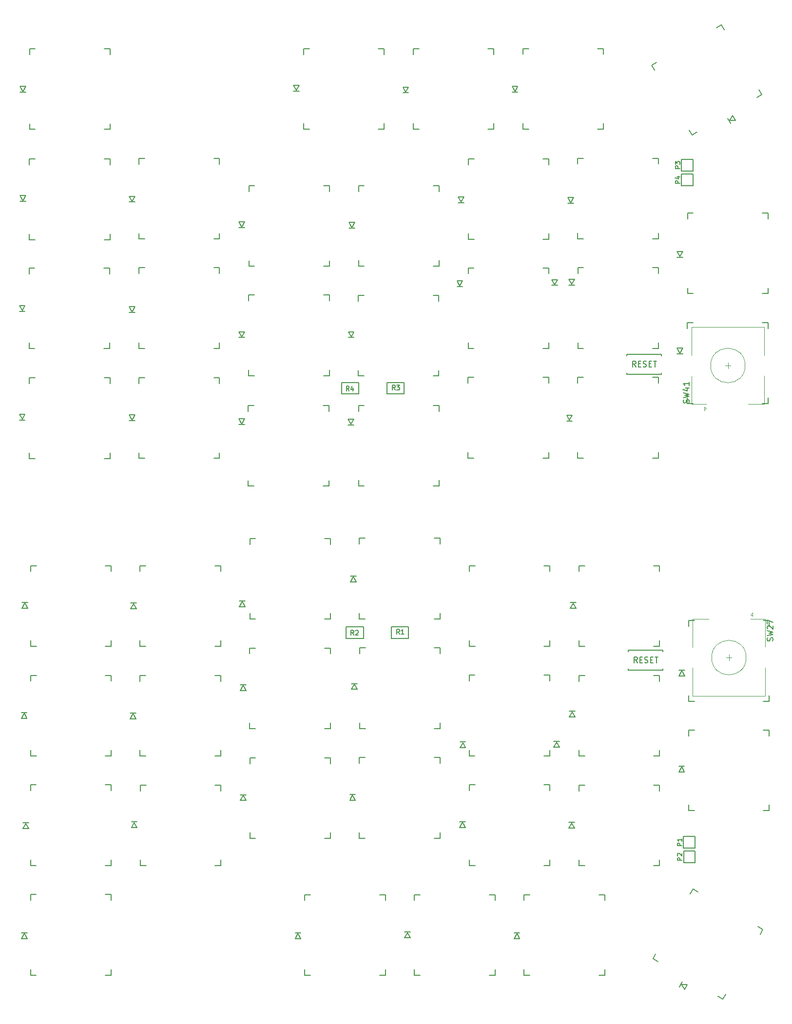
<source format=gto>
G04 #@! TF.GenerationSoftware,KiCad,Pcbnew,(5.1.0-0)*
G04 #@! TF.CreationDate,2020-05-09T20:17:28+09:00*
G04 #@! TF.ProjectId,potto50,706f7474-6f35-4302-9e6b-696361645f70,rev?*
G04 #@! TF.SameCoordinates,Original*
G04 #@! TF.FileFunction,Legend,Top*
G04 #@! TF.FilePolarity,Positive*
%FSLAX46Y46*%
G04 Gerber Fmt 4.6, Leading zero omitted, Abs format (unit mm)*
G04 Created by KiCad (PCBNEW (5.1.0-0)) date 2020-05-09 20:17:28*
%MOMM*%
%LPD*%
G04 APERTURE LIST*
%ADD10C,0.150000*%
%ADD11C,0.120000*%
G04 APERTURE END LIST*
D10*
X137062100Y-21281000D02*
X137062100Y-20281000D01*
X137062100Y-20281000D02*
X138062100Y-20281000D01*
X150062100Y-34281000D02*
X151062100Y-34281000D01*
X151062100Y-34281000D02*
X151062100Y-33281000D01*
X151062100Y-21281000D02*
X151062100Y-20281000D01*
X151062100Y-20281000D02*
X150062100Y-20281000D01*
X137062100Y-33281000D02*
X137062100Y-34281000D01*
X138062100Y-34281000D02*
X137062100Y-34281000D01*
X150259300Y-72000700D02*
X151259300Y-72000700D01*
X151259300Y-73000700D02*
X151259300Y-72000700D01*
X137259300Y-86000700D02*
X138259300Y-86000700D01*
X137259300Y-85000700D02*
X137259300Y-86000700D01*
X137259300Y-72000700D02*
X137259300Y-73000700D01*
X138259300Y-72000700D02*
X137259300Y-72000700D01*
X151259300Y-86000700D02*
X150259300Y-86000700D01*
X151259300Y-85000700D02*
X151259300Y-86000700D01*
X151259300Y-104031300D02*
X151259300Y-105031300D01*
X151259300Y-105031300D02*
X150259300Y-105031300D01*
X138259300Y-91031300D02*
X137259300Y-91031300D01*
X137259300Y-91031300D02*
X137259300Y-92031300D01*
X137259300Y-104031300D02*
X137259300Y-105031300D01*
X137259300Y-105031300D02*
X138259300Y-105031300D01*
X151259300Y-92031300D02*
X151259300Y-91031300D01*
X150259300Y-91031300D02*
X151259300Y-91031300D01*
X21945600Y-68967400D02*
X22445600Y-69867400D01*
X22445600Y-69867400D02*
X21445600Y-69867400D01*
X21445600Y-69867400D02*
X21945600Y-68967400D01*
X22445600Y-68867400D02*
X21445600Y-68867400D01*
X40855900Y-69081700D02*
X41355900Y-69981700D01*
X41355900Y-69981700D02*
X40355900Y-69981700D01*
X40355900Y-69981700D02*
X40855900Y-69081700D01*
X41355900Y-68981700D02*
X40355900Y-68981700D01*
X59702700Y-68700700D02*
X60202700Y-69600700D01*
X60202700Y-69600700D02*
X59202700Y-69600700D01*
X59202700Y-69600700D02*
X59702700Y-68700700D01*
X60202700Y-68600700D02*
X59202700Y-68600700D01*
X79519400Y-64257300D02*
X78519400Y-64257300D01*
X78519400Y-65257300D02*
X79019400Y-64357300D01*
X79519400Y-65257300D02*
X78519400Y-65257300D01*
X79019400Y-64357300D02*
X79519400Y-65257300D01*
X114850000Y-93025000D02*
X113850000Y-93025000D01*
X113850000Y-94025000D02*
X114350000Y-93125000D01*
X114850000Y-94025000D02*
X113850000Y-94025000D01*
X114350000Y-93125000D02*
X114850000Y-94025000D01*
X117182900Y-68992800D02*
X117682900Y-69892800D01*
X117682900Y-69892800D02*
X116682900Y-69892800D01*
X116682900Y-69892800D02*
X117182900Y-68992800D01*
X117682900Y-68892800D02*
X116682900Y-68892800D01*
X22344000Y-88006300D02*
X21344000Y-88006300D01*
X21344000Y-89006300D02*
X21844000Y-88106300D01*
X22344000Y-89006300D02*
X21344000Y-89006300D01*
X21844000Y-88106300D02*
X22344000Y-89006300D01*
X40767000Y-88169800D02*
X41267000Y-89069800D01*
X41267000Y-89069800D02*
X40267000Y-89069800D01*
X40267000Y-89069800D02*
X40767000Y-88169800D01*
X41267000Y-88069800D02*
X40267000Y-88069800D01*
X60380500Y-83180300D02*
X59380500Y-83180300D01*
X59380500Y-84180300D02*
X59880500Y-83280300D01*
X60380500Y-84180300D02*
X59380500Y-84180300D01*
X59880500Y-83280300D02*
X60380500Y-84180300D01*
X79184500Y-83064400D02*
X79684500Y-83964400D01*
X79684500Y-83964400D02*
X78684500Y-83964400D01*
X78684500Y-83964400D02*
X79184500Y-83064400D01*
X79684500Y-82964400D02*
X78684500Y-82964400D01*
X98544000Y-93111700D02*
X97544000Y-93111700D01*
X97544000Y-94111700D02*
X98044000Y-93211700D01*
X98544000Y-94111700D02*
X97544000Y-94111700D01*
X98044000Y-93211700D02*
X98544000Y-94111700D01*
X117030500Y-87877700D02*
X117530500Y-88777700D01*
X117530500Y-88777700D02*
X116530500Y-88777700D01*
X116530500Y-88777700D02*
X117030500Y-87877700D01*
X117530500Y-87777700D02*
X116530500Y-87777700D01*
X136567800Y-80602200D02*
X135567800Y-80602200D01*
X135567800Y-81602200D02*
X136067800Y-80702200D01*
X136567800Y-81602200D02*
X135567800Y-81602200D01*
X136067800Y-80702200D02*
X136567800Y-81602200D01*
X22123400Y-107257900D02*
X22623400Y-108157900D01*
X22623400Y-108157900D02*
X21623400Y-108157900D01*
X21623400Y-108157900D02*
X22123400Y-107257900D01*
X22623400Y-107157900D02*
X21623400Y-107157900D01*
X41470200Y-106992800D02*
X40470200Y-106992800D01*
X40470200Y-107992800D02*
X40970200Y-107092800D01*
X41470200Y-107992800D02*
X40470200Y-107992800D01*
X40970200Y-107092800D02*
X41470200Y-107992800D01*
X59865500Y-102360300D02*
X60365500Y-103260300D01*
X60365500Y-103260300D02*
X59365500Y-103260300D01*
X59365500Y-103260300D02*
X59865500Y-102360300D01*
X60365500Y-102260300D02*
X59365500Y-102260300D01*
X79402000Y-102222200D02*
X78402000Y-102222200D01*
X78402000Y-103222200D02*
X78902000Y-102322200D01*
X79402000Y-103222200D02*
X78402000Y-103222200D01*
X78902000Y-102322200D02*
X79402000Y-103222200D01*
X97993200Y-107080100D02*
X98493200Y-107980100D01*
X98493200Y-107980100D02*
X97493200Y-107980100D01*
X97493200Y-107980100D02*
X97993200Y-107080100D01*
X98493200Y-106980100D02*
X97493200Y-106980100D01*
X117454300Y-107069000D02*
X116454300Y-107069000D01*
X116454300Y-108069000D02*
X116954300Y-107169000D01*
X117454300Y-108069000D02*
X116454300Y-108069000D01*
X116954300Y-107169000D02*
X117454300Y-108069000D01*
X136055100Y-97428100D02*
X136555100Y-98328100D01*
X136555100Y-98328100D02*
X135555100Y-98328100D01*
X135555100Y-98328100D02*
X136055100Y-97428100D01*
X136555100Y-97328100D02*
X135555100Y-97328100D01*
X22402800Y-126236700D02*
X21402800Y-126236700D01*
X21402800Y-127236700D02*
X21902800Y-126336700D01*
X22402800Y-127236700D02*
X21402800Y-127236700D01*
X21902800Y-126336700D02*
X22402800Y-127236700D01*
X69414700Y-126374800D02*
X69914700Y-127274800D01*
X69914700Y-127274800D02*
X68914700Y-127274800D01*
X68914700Y-127274800D02*
X69414700Y-126374800D01*
X69914700Y-126274800D02*
X68914700Y-126274800D01*
X88917400Y-126131700D02*
X87917400Y-126131700D01*
X87917400Y-127131700D02*
X88417400Y-126231700D01*
X88917400Y-127131700D02*
X87917400Y-127131700D01*
X88417400Y-126231700D02*
X88917400Y-127131700D01*
X107439700Y-126362100D02*
X107939700Y-127262100D01*
X107939700Y-127262100D02*
X106939700Y-127262100D01*
X106939700Y-127262100D02*
X107439700Y-126362100D01*
X107939700Y-126262100D02*
X106939700Y-126262100D01*
X136202287Y-134749787D02*
X135702287Y-135615813D01*
X136568313Y-136115813D02*
X136038890Y-135232800D01*
X137068313Y-135249787D02*
X136568313Y-136115813D01*
X136038890Y-135232800D02*
X137068313Y-135249787D01*
X138388600Y-109515400D02*
X136388600Y-109515400D01*
X136388600Y-109515400D02*
X136388600Y-111515400D01*
X136388600Y-111515400D02*
X138388600Y-111515400D01*
X138388600Y-111515400D02*
X138388600Y-109515400D01*
X138401300Y-114055400D02*
X138401300Y-112055400D01*
X136401300Y-114055400D02*
X138401300Y-114055400D01*
X136401300Y-112055400D02*
X136401300Y-114055400D01*
X138401300Y-112055400D02*
X136401300Y-112055400D01*
X85633560Y-73078340D02*
X85633560Y-75079860D01*
X85633560Y-75079860D02*
X88635840Y-75079860D01*
X88635840Y-75079860D02*
X88635840Y-73078340D01*
X88635840Y-73078340D02*
X85633560Y-73078340D01*
X77784960Y-75079860D02*
X80787240Y-75079860D01*
X77784960Y-73078340D02*
X77784960Y-75079860D01*
X80787240Y-73078340D02*
X77784960Y-73078340D01*
X80787240Y-75079860D02*
X80787240Y-73078340D01*
X35972000Y-62469000D02*
X36972000Y-62469000D01*
X36972000Y-63469000D02*
X36972000Y-62469000D01*
X22972000Y-76469000D02*
X23972000Y-76469000D01*
X22972000Y-75469000D02*
X22972000Y-76469000D01*
X22972000Y-62469000D02*
X22972000Y-63469000D01*
X23972000Y-62469000D02*
X22972000Y-62469000D01*
X36972000Y-76469000D02*
X35972000Y-76469000D01*
X36972000Y-75469000D02*
X36972000Y-76469000D01*
X55983900Y-75476500D02*
X55983900Y-76476500D01*
X55983900Y-76476500D02*
X54983900Y-76476500D01*
X42983900Y-62476500D02*
X41983900Y-62476500D01*
X41983900Y-62476500D02*
X41983900Y-63476500D01*
X41983900Y-75476500D02*
X41983900Y-76476500D01*
X41983900Y-76476500D02*
X42983900Y-76476500D01*
X55983900Y-63476500D02*
X55983900Y-62476500D01*
X54983900Y-62476500D02*
X55983900Y-62476500D01*
X74050000Y-57752100D02*
X75050000Y-57752100D01*
X75050000Y-58752100D02*
X75050000Y-57752100D01*
X61050000Y-71752100D02*
X62050000Y-71752100D01*
X61050000Y-70752100D02*
X61050000Y-71752100D01*
X61050000Y-57752100D02*
X61050000Y-58752100D01*
X62050000Y-57752100D02*
X61050000Y-57752100D01*
X75050000Y-71752100D02*
X74050000Y-71752100D01*
X75050000Y-70752100D02*
X75050000Y-71752100D01*
X94073800Y-70716000D02*
X94073800Y-71716000D01*
X94073800Y-71716000D02*
X93073800Y-71716000D01*
X81073800Y-57716000D02*
X80073800Y-57716000D01*
X80073800Y-57716000D02*
X80073800Y-58716000D01*
X80073800Y-70716000D02*
X80073800Y-71716000D01*
X80073800Y-71716000D02*
X81073800Y-71716000D01*
X94073800Y-58716000D02*
X94073800Y-57716000D01*
X93073800Y-57716000D02*
X94073800Y-57716000D01*
X112162700Y-62463800D02*
X113162700Y-62463800D01*
X113162700Y-63463800D02*
X113162700Y-62463800D01*
X99162700Y-76463800D02*
X100162700Y-76463800D01*
X99162700Y-75463800D02*
X99162700Y-76463800D01*
X99162700Y-62463800D02*
X99162700Y-63463800D01*
X100162700Y-62463800D02*
X99162700Y-62463800D01*
X113162700Y-76463800D02*
X112162700Y-76463800D01*
X113162700Y-75463800D02*
X113162700Y-76463800D01*
X132213100Y-75463600D02*
X132213100Y-76463600D01*
X132213100Y-76463600D02*
X131213100Y-76463600D01*
X119213100Y-62463600D02*
X118213100Y-62463600D01*
X118213100Y-62463600D02*
X118213100Y-63463600D01*
X118213100Y-75463600D02*
X118213100Y-76463600D01*
X118213100Y-76463600D02*
X119213100Y-76463600D01*
X132213100Y-63463600D02*
X132213100Y-62463600D01*
X131213100Y-62463600D02*
X132213100Y-62463600D01*
X35972000Y-81519000D02*
X36972000Y-81519000D01*
X36972000Y-82519000D02*
X36972000Y-81519000D01*
X22972000Y-95519000D02*
X23972000Y-95519000D01*
X22972000Y-94519000D02*
X22972000Y-95519000D01*
X22972000Y-81519000D02*
X22972000Y-82519000D01*
X23972000Y-81519000D02*
X22972000Y-81519000D01*
X36972000Y-95519000D02*
X35972000Y-95519000D01*
X36972000Y-94519000D02*
X36972000Y-95519000D01*
X55986100Y-94542000D02*
X55986100Y-95542000D01*
X55986100Y-95542000D02*
X54986100Y-95542000D01*
X42986100Y-81542000D02*
X41986100Y-81542000D01*
X41986100Y-81542000D02*
X41986100Y-82542000D01*
X41986100Y-94542000D02*
X41986100Y-95542000D01*
X41986100Y-95542000D02*
X42986100Y-95542000D01*
X55986100Y-82542000D02*
X55986100Y-81542000D01*
X54986100Y-81542000D02*
X55986100Y-81542000D01*
X74038800Y-76777500D02*
X75038800Y-76777500D01*
X75038800Y-77777500D02*
X75038800Y-76777500D01*
X61038800Y-90777500D02*
X62038800Y-90777500D01*
X61038800Y-89777500D02*
X61038800Y-90777500D01*
X61038800Y-76777500D02*
X61038800Y-77777500D01*
X62038800Y-76777500D02*
X61038800Y-76777500D01*
X75038800Y-90777500D02*
X74038800Y-90777500D01*
X75038800Y-89777500D02*
X75038800Y-90777500D01*
X94124600Y-89764800D02*
X94124600Y-90764800D01*
X94124600Y-90764800D02*
X93124600Y-90764800D01*
X81124600Y-76764800D02*
X80124600Y-76764800D01*
X80124600Y-76764800D02*
X80124600Y-77764800D01*
X80124600Y-89764800D02*
X80124600Y-90764800D01*
X80124600Y-90764800D02*
X81124600Y-90764800D01*
X94124600Y-77764800D02*
X94124600Y-76764800D01*
X93124600Y-76764800D02*
X94124600Y-76764800D01*
X112150000Y-81501900D02*
X113150000Y-81501900D01*
X113150000Y-82501900D02*
X113150000Y-81501900D01*
X99150000Y-95501900D02*
X100150000Y-95501900D01*
X99150000Y-94501900D02*
X99150000Y-95501900D01*
X99150000Y-81501900D02*
X99150000Y-82501900D01*
X100150000Y-81501900D02*
X99150000Y-81501900D01*
X113150000Y-95501900D02*
X112150000Y-95501900D01*
X113150000Y-94501900D02*
X113150000Y-95501900D01*
X132213100Y-94539800D02*
X132213100Y-95539800D01*
X132213100Y-95539800D02*
X131213100Y-95539800D01*
X119213100Y-81539800D02*
X118213100Y-81539800D01*
X118213100Y-81539800D02*
X118213100Y-82539800D01*
X118213100Y-94539800D02*
X118213100Y-95539800D01*
X118213100Y-95539800D02*
X119213100Y-95539800D01*
X132213100Y-82539800D02*
X132213100Y-81539800D01*
X131213100Y-81539800D02*
X132213100Y-81539800D01*
X126806700Y-80629700D02*
X132806700Y-80629700D01*
X132806700Y-80629700D02*
X132806700Y-80379700D01*
X126806700Y-80629700D02*
X126806700Y-80379700D01*
X126806700Y-77129700D02*
X126806700Y-77379700D01*
X126806700Y-77129700D02*
X132806700Y-77129700D01*
X132806700Y-77129700D02*
X132806700Y-77379700D01*
X35946600Y-100556300D02*
X36946600Y-100556300D01*
X36946600Y-101556300D02*
X36946600Y-100556300D01*
X22946600Y-114556300D02*
X23946600Y-114556300D01*
X22946600Y-113556300D02*
X22946600Y-114556300D01*
X22946600Y-100556300D02*
X22946600Y-101556300D01*
X23946600Y-100556300D02*
X22946600Y-100556300D01*
X36946600Y-114556300D02*
X35946600Y-114556300D01*
X36946600Y-113556300D02*
X36946600Y-114556300D01*
X56009300Y-113581700D02*
X56009300Y-114581700D01*
X56009300Y-114581700D02*
X55009300Y-114581700D01*
X43009300Y-100581700D02*
X42009300Y-100581700D01*
X42009300Y-100581700D02*
X42009300Y-101581700D01*
X42009300Y-113581700D02*
X42009300Y-114581700D01*
X42009300Y-114581700D02*
X43009300Y-114581700D01*
X56009300Y-101581700D02*
X56009300Y-100581700D01*
X55009300Y-100581700D02*
X56009300Y-100581700D01*
X74050000Y-95851700D02*
X75050000Y-95851700D01*
X75050000Y-96851700D02*
X75050000Y-95851700D01*
X61050000Y-109851700D02*
X62050000Y-109851700D01*
X61050000Y-108851700D02*
X61050000Y-109851700D01*
X61050000Y-95851700D02*
X61050000Y-96851700D01*
X62050000Y-95851700D02*
X61050000Y-95851700D01*
X75050000Y-109851700D02*
X74050000Y-109851700D01*
X75050000Y-108851700D02*
X75050000Y-109851700D01*
X94086500Y-108813600D02*
X94086500Y-109813600D01*
X94086500Y-109813600D02*
X93086500Y-109813600D01*
X81086500Y-95813600D02*
X80086500Y-95813600D01*
X80086500Y-95813600D02*
X80086500Y-96813600D01*
X80086500Y-108813600D02*
X80086500Y-109813600D01*
X80086500Y-109813600D02*
X81086500Y-109813600D01*
X94086500Y-96813600D02*
X94086500Y-95813600D01*
X93086500Y-95813600D02*
X94086500Y-95813600D01*
X112162700Y-100550700D02*
X113162700Y-100550700D01*
X113162700Y-101550700D02*
X113162700Y-100550700D01*
X99162700Y-114550700D02*
X100162700Y-114550700D01*
X99162700Y-113550700D02*
X99162700Y-114550700D01*
X99162700Y-100550700D02*
X99162700Y-101550700D01*
X100162700Y-100550700D02*
X99162700Y-100550700D01*
X113162700Y-114550700D02*
X112162700Y-114550700D01*
X113162700Y-113550700D02*
X113162700Y-114550700D01*
X132223800Y-113588600D02*
X132223800Y-114588600D01*
X132223800Y-114588600D02*
X131223800Y-114588600D01*
X119223800Y-100588600D02*
X118223800Y-100588600D01*
X118223800Y-100588600D02*
X118223800Y-101588600D01*
X118223800Y-113588600D02*
X118223800Y-114588600D01*
X118223800Y-114588600D02*
X119223800Y-114588600D01*
X132223800Y-101588600D02*
X132223800Y-100588600D01*
X131223800Y-100588600D02*
X132223800Y-100588600D01*
X36949600Y-132601500D02*
X36949600Y-133601500D01*
X36949600Y-133601500D02*
X35949600Y-133601500D01*
X23949600Y-119601500D02*
X22949600Y-119601500D01*
X22949600Y-119601500D02*
X22949600Y-120601500D01*
X22949600Y-132601500D02*
X22949600Y-133601500D01*
X22949600Y-133601500D02*
X23949600Y-133601500D01*
X36949600Y-120601500D02*
X36949600Y-119601500D01*
X35949600Y-119601500D02*
X36949600Y-119601500D01*
X84586500Y-132626900D02*
X84586500Y-133626900D01*
X84586500Y-133626900D02*
X83586500Y-133626900D01*
X71586500Y-119626900D02*
X70586500Y-119626900D01*
X70586500Y-119626900D02*
X70586500Y-120626900D01*
X70586500Y-132626900D02*
X70586500Y-133626900D01*
X70586500Y-133626900D02*
X71586500Y-133626900D01*
X84586500Y-120626900D02*
X84586500Y-119626900D01*
X83586500Y-119626900D02*
X84586500Y-119626900D01*
X102651900Y-119626900D02*
X103651900Y-119626900D01*
X103651900Y-120626900D02*
X103651900Y-119626900D01*
X89651900Y-133626900D02*
X90651900Y-133626900D01*
X89651900Y-132626900D02*
X89651900Y-133626900D01*
X89651900Y-119626900D02*
X89651900Y-120626900D01*
X90651900Y-119626900D02*
X89651900Y-119626900D01*
X103651900Y-133626900D02*
X102651900Y-133626900D01*
X103651900Y-132626900D02*
X103651900Y-133626900D01*
X122676500Y-132626900D02*
X122676500Y-133626900D01*
X122676500Y-133626900D02*
X121676500Y-133626900D01*
X109676500Y-119626900D02*
X108676500Y-119626900D01*
X108676500Y-119626900D02*
X108676500Y-120626900D01*
X108676500Y-132626900D02*
X108676500Y-133626900D01*
X108676500Y-133626900D02*
X109676500Y-133626900D01*
X122676500Y-120626900D02*
X122676500Y-119626900D01*
X121676500Y-119626900D02*
X122676500Y-119626900D01*
X137564922Y-119523048D02*
X138064922Y-118657022D01*
X138930948Y-119157022D02*
X138064922Y-118657022D01*
X143189278Y-137781378D02*
X143689278Y-136915352D01*
X142323252Y-137281378D02*
X143189278Y-137781378D01*
X131064922Y-130781378D02*
X131930948Y-131281378D01*
X131564922Y-129915352D02*
X131064922Y-130781378D01*
X150189278Y-125657022D02*
X149689278Y-126523048D01*
X149323252Y-125157022D02*
X150189278Y-125657022D01*
D11*
X144273900Y-77942200D02*
X144273900Y-78942200D01*
X144773900Y-78442200D02*
X143773900Y-78442200D01*
X148373900Y-71242200D02*
X148073900Y-70942200D01*
X148373900Y-70642200D02*
X148373900Y-71242200D01*
X148073900Y-70942200D02*
X148373900Y-70642200D01*
X150573900Y-71742200D02*
X148073900Y-71742200D01*
X150573900Y-76542200D02*
X150573900Y-71742200D01*
X137973900Y-71742200D02*
X140773900Y-71742200D01*
X137973900Y-76642200D02*
X137973900Y-71742200D01*
X137973900Y-85142200D02*
X137973900Y-80242200D01*
X150573900Y-85142200D02*
X137973900Y-85142200D01*
X150573900Y-80242200D02*
X150573900Y-85142200D01*
X147273900Y-78442200D02*
G75*
G03X147273900Y-78442200I-3000000J0D01*
G01*
D10*
X21500000Y-37050000D02*
X21000000Y-36150000D01*
X21000000Y-36150000D02*
X22000000Y-36150000D01*
X22000000Y-36150000D02*
X21500000Y-37050000D01*
X21000000Y-37150000D02*
X22000000Y-37150000D01*
X40075000Y-37250000D02*
X41075000Y-37250000D01*
X41075000Y-36250000D02*
X40575000Y-37150000D01*
X40075000Y-36250000D02*
X41075000Y-36250000D01*
X40575000Y-37150000D02*
X40075000Y-36250000D01*
X59650000Y-37875000D02*
X59150000Y-36975000D01*
X59150000Y-36975000D02*
X60150000Y-36975000D01*
X60150000Y-36975000D02*
X59650000Y-37875000D01*
X59150000Y-37975000D02*
X60150000Y-37975000D01*
X78100000Y-38000000D02*
X79100000Y-38000000D01*
X79100000Y-37000000D02*
X78600000Y-37900000D01*
X78100000Y-37000000D02*
X79100000Y-37000000D01*
X78600000Y-37900000D02*
X78100000Y-37000000D01*
X114025000Y-13675000D02*
X113525000Y-12775000D01*
X113525000Y-12775000D02*
X114525000Y-12775000D01*
X114525000Y-12775000D02*
X114025000Y-13675000D01*
X113525000Y-13775000D02*
X114525000Y-13775000D01*
X116075000Y-37325000D02*
X117075000Y-37325000D01*
X117075000Y-36325000D02*
X116575000Y-37225000D01*
X116075000Y-36325000D02*
X117075000Y-36325000D01*
X116575000Y-37225000D02*
X116075000Y-36325000D01*
X21500000Y-18175000D02*
X21000000Y-17275000D01*
X21000000Y-17275000D02*
X22000000Y-17275000D01*
X22000000Y-17275000D02*
X21500000Y-18175000D01*
X21000000Y-18275000D02*
X22000000Y-18275000D01*
X40075000Y-18500000D02*
X41075000Y-18500000D01*
X41075000Y-17500000D02*
X40575000Y-18400000D01*
X40075000Y-17500000D02*
X41075000Y-17500000D01*
X40575000Y-18400000D02*
X40075000Y-17500000D01*
X59675000Y-22725000D02*
X59175000Y-21825000D01*
X59175000Y-21825000D02*
X60175000Y-21825000D01*
X60175000Y-21825000D02*
X59675000Y-22725000D01*
X59175000Y-22825000D02*
X60175000Y-22825000D01*
X78150000Y-22825000D02*
X79150000Y-22825000D01*
X79150000Y-21825000D02*
X78650000Y-22725000D01*
X78150000Y-21825000D02*
X79150000Y-21825000D01*
X78650000Y-22725000D02*
X78150000Y-21825000D01*
X97525000Y-13900000D02*
X97025000Y-13000000D01*
X97025000Y-13000000D02*
X98025000Y-13000000D01*
X98025000Y-13000000D02*
X97525000Y-13900000D01*
X97025000Y-14000000D02*
X98025000Y-14000000D01*
X116475000Y-13700000D02*
X117475000Y-13700000D01*
X117475000Y-12700000D02*
X116975000Y-13600000D01*
X116475000Y-12700000D02*
X117475000Y-12700000D01*
X116975000Y-13600000D02*
X116475000Y-12700000D01*
X135750000Y-25600000D02*
X135250000Y-24700000D01*
X135250000Y-24700000D02*
X136250000Y-24700000D01*
X136250000Y-24700000D02*
X135750000Y-25600000D01*
X135250000Y-25700000D02*
X136250000Y-25700000D01*
X21100000Y800000D02*
X22100000Y800000D01*
X22100000Y1800000D02*
X21600000Y900000D01*
X21100000Y1800000D02*
X22100000Y1800000D01*
X21600000Y900000D02*
X21100000Y1800000D01*
X40575000Y800000D02*
X40075000Y1700000D01*
X40075000Y1700000D02*
X41075000Y1700000D01*
X41075000Y1700000D02*
X40575000Y800000D01*
X40075000Y700000D02*
X41075000Y700000D01*
X59175000Y-3750000D02*
X60175000Y-3750000D01*
X60175000Y-2750000D02*
X59675000Y-3650000D01*
X59175000Y-2750000D02*
X60175000Y-2750000D01*
X59675000Y-3650000D02*
X59175000Y-2750000D01*
X78750000Y-3750000D02*
X78250000Y-2850000D01*
X78250000Y-2850000D02*
X79250000Y-2850000D01*
X79250000Y-2850000D02*
X78750000Y-3750000D01*
X78250000Y-3850000D02*
X79250000Y-3850000D01*
X97225000Y600000D02*
X98225000Y600000D01*
X98225000Y1600000D02*
X97725000Y700000D01*
X97225000Y1600000D02*
X98225000Y1600000D01*
X97725000Y700000D02*
X97225000Y1600000D01*
X116800000Y600000D02*
X116300000Y1500000D01*
X116300000Y1500000D02*
X117300000Y1500000D01*
X117300000Y1500000D02*
X116800000Y600000D01*
X116300000Y500000D02*
X117300000Y500000D01*
X135275000Y-8875000D02*
X136275000Y-8875000D01*
X136275000Y-7875000D02*
X135775000Y-8775000D01*
X135275000Y-7875000D02*
X136275000Y-7875000D01*
X135775000Y-8775000D02*
X135275000Y-7875000D01*
X21600000Y19900000D02*
X21100000Y20800000D01*
X21100000Y20800000D02*
X22100000Y20800000D01*
X22100000Y20800000D02*
X21600000Y19900000D01*
X21100000Y19800000D02*
X22100000Y19800000D01*
X68600000Y20000000D02*
X69600000Y20000000D01*
X69600000Y21000000D02*
X69100000Y20100000D01*
X68600000Y21000000D02*
X69600000Y21000000D01*
X69100000Y20100000D02*
X68600000Y21000000D01*
X88125000Y19775000D02*
X87625000Y20675000D01*
X87625000Y20675000D02*
X88625000Y20675000D01*
X88625000Y20675000D02*
X88125000Y19775000D01*
X87625000Y19675000D02*
X88625000Y19675000D01*
X106600000Y19800000D02*
X107600000Y19800000D01*
X107600000Y20800000D02*
X107100000Y19900000D01*
X106600000Y20800000D02*
X107600000Y20800000D01*
X107100000Y19900000D02*
X106600000Y20800000D01*
X144378590Y14850000D02*
X144908013Y15733013D01*
X144908013Y15733013D02*
X145408013Y14866987D01*
X145408013Y14866987D02*
X144378590Y14850000D01*
X144041987Y15233013D02*
X144541987Y14366987D01*
X138050000Y6100000D02*
X138050000Y8100000D01*
X136050000Y6100000D02*
X138050000Y6100000D01*
X136050000Y8100000D02*
X136050000Y6100000D01*
X138050000Y8100000D02*
X136050000Y8100000D01*
X138050000Y5525000D02*
X136050000Y5525000D01*
X136050000Y5525000D02*
X136050000Y3525000D01*
X136050000Y3525000D02*
X138050000Y3525000D01*
X138050000Y3525000D02*
X138050000Y5525000D01*
X87860940Y-30649240D02*
X84858660Y-30649240D01*
X87860940Y-32650760D02*
X87860940Y-30649240D01*
X84858660Y-32650760D02*
X87860940Y-32650760D01*
X84858660Y-30649240D02*
X84858660Y-32650760D01*
X79976140Y-32650760D02*
X79976140Y-30649240D01*
X79976140Y-30649240D02*
X76973860Y-30649240D01*
X76973860Y-30649240D02*
X76973860Y-32650760D01*
X76973860Y-32650760D02*
X79976140Y-32650760D01*
X23750000Y-43850000D02*
X22750000Y-43850000D01*
X22750000Y-42850000D02*
X22750000Y-43850000D01*
X36750000Y-29850000D02*
X35750000Y-29850000D01*
X36750000Y-30850000D02*
X36750000Y-29850000D01*
X36750000Y-43850000D02*
X36750000Y-42850000D01*
X35750000Y-43850000D02*
X36750000Y-43850000D01*
X22750000Y-29850000D02*
X23750000Y-29850000D01*
X22750000Y-30850000D02*
X22750000Y-29850000D01*
X42775000Y-43825000D02*
X41775000Y-43825000D01*
X41775000Y-42825000D02*
X41775000Y-43825000D01*
X55775000Y-29825000D02*
X54775000Y-29825000D01*
X55775000Y-30825000D02*
X55775000Y-29825000D01*
X55775000Y-43825000D02*
X55775000Y-42825000D01*
X54775000Y-43825000D02*
X55775000Y-43825000D01*
X41775000Y-29825000D02*
X42775000Y-29825000D01*
X41775000Y-30825000D02*
X41775000Y-29825000D01*
X60780820Y-35652320D02*
X60780820Y-34652320D01*
X60780820Y-34652320D02*
X61780820Y-34652320D01*
X73780820Y-48652320D02*
X74780820Y-48652320D01*
X74780820Y-48652320D02*
X74780820Y-47652320D01*
X74780820Y-35652320D02*
X74780820Y-34652320D01*
X74780820Y-34652320D02*
X73780820Y-34652320D01*
X60780820Y-47652320D02*
X60780820Y-48652320D01*
X61780820Y-48652320D02*
X60780820Y-48652320D01*
X80932420Y-48629460D02*
X79932420Y-48629460D01*
X79932420Y-47629460D02*
X79932420Y-48629460D01*
X93932420Y-34629460D02*
X92932420Y-34629460D01*
X93932420Y-35629460D02*
X93932420Y-34629460D01*
X93932420Y-48629460D02*
X93932420Y-47629460D01*
X92932420Y-48629460D02*
X93932420Y-48629460D01*
X79932420Y-34629460D02*
X80932420Y-34629460D01*
X79932420Y-35629460D02*
X79932420Y-34629460D01*
X98969720Y-30772980D02*
X98969720Y-29772980D01*
X98969720Y-29772980D02*
X99969720Y-29772980D01*
X111969720Y-43772980D02*
X112969720Y-43772980D01*
X112969720Y-43772980D02*
X112969720Y-42772980D01*
X112969720Y-30772980D02*
X112969720Y-29772980D01*
X112969720Y-29772980D02*
X111969720Y-29772980D01*
X98969720Y-42772980D02*
X98969720Y-43772980D01*
X99969720Y-43772980D02*
X98969720Y-43772980D01*
X119012100Y-43767900D02*
X118012100Y-43767900D01*
X118012100Y-42767900D02*
X118012100Y-43767900D01*
X132012100Y-29767900D02*
X131012100Y-29767900D01*
X132012100Y-30767900D02*
X132012100Y-29767900D01*
X132012100Y-43767900D02*
X132012100Y-42767900D01*
X131012100Y-43767900D02*
X132012100Y-43767900D01*
X118012100Y-29767900D02*
X119012100Y-29767900D01*
X118012100Y-30767900D02*
X118012100Y-29767900D01*
X22700000Y-11750000D02*
X22700000Y-10750000D01*
X22700000Y-10750000D02*
X23700000Y-10750000D01*
X35700000Y-24750000D02*
X36700000Y-24750000D01*
X36700000Y-24750000D02*
X36700000Y-23750000D01*
X36700000Y-11750000D02*
X36700000Y-10750000D01*
X36700000Y-10750000D02*
X35700000Y-10750000D01*
X22700000Y-23750000D02*
X22700000Y-24750000D01*
X23700000Y-24750000D02*
X22700000Y-24750000D01*
X42789240Y-24725520D02*
X41789240Y-24725520D01*
X41789240Y-23725520D02*
X41789240Y-24725520D01*
X55789240Y-10725520D02*
X54789240Y-10725520D01*
X55789240Y-11725520D02*
X55789240Y-10725520D01*
X55789240Y-24725520D02*
X55789240Y-23725520D01*
X54789240Y-24725520D02*
X55789240Y-24725520D01*
X41789240Y-10725520D02*
X42789240Y-10725520D01*
X41789240Y-11725520D02*
X41789240Y-10725520D01*
X60844320Y-16447380D02*
X60844320Y-15447380D01*
X60844320Y-15447380D02*
X61844320Y-15447380D01*
X73844320Y-29447380D02*
X74844320Y-29447380D01*
X74844320Y-29447380D02*
X74844320Y-28447380D01*
X74844320Y-16447380D02*
X74844320Y-15447380D01*
X74844320Y-15447380D02*
X73844320Y-15447380D01*
X60844320Y-28447380D02*
X60844320Y-29447380D01*
X61844320Y-29447380D02*
X60844320Y-29447380D01*
X80875000Y-29525000D02*
X79875000Y-29525000D01*
X79875000Y-28525000D02*
X79875000Y-29525000D01*
X93875000Y-15525000D02*
X92875000Y-15525000D01*
X93875000Y-16525000D02*
X93875000Y-15525000D01*
X93875000Y-29525000D02*
X93875000Y-28525000D01*
X92875000Y-29525000D02*
X93875000Y-29525000D01*
X79875000Y-15525000D02*
X80875000Y-15525000D01*
X79875000Y-16525000D02*
X79875000Y-15525000D01*
X98982420Y-11735680D02*
X98982420Y-10735680D01*
X98982420Y-10735680D02*
X99982420Y-10735680D01*
X111982420Y-24735680D02*
X112982420Y-24735680D01*
X112982420Y-24735680D02*
X112982420Y-23735680D01*
X112982420Y-11735680D02*
X112982420Y-10735680D01*
X112982420Y-10735680D02*
X111982420Y-10735680D01*
X98982420Y-23735680D02*
X98982420Y-24735680D01*
X99982420Y-24735680D02*
X98982420Y-24735680D01*
X119024800Y-24717900D02*
X118024800Y-24717900D01*
X118024800Y-23717900D02*
X118024800Y-24717900D01*
X132024800Y-10717900D02*
X131024800Y-10717900D01*
X132024800Y-11717900D02*
X132024800Y-10717900D01*
X132024800Y-24717900D02*
X132024800Y-23717900D01*
X131024800Y-24717900D02*
X132024800Y-24717900D01*
X118024800Y-10717900D02*
X119024800Y-10717900D01*
X118024800Y-11717900D02*
X118024800Y-10717900D01*
D11*
X144100000Y-28200000D02*
X144100000Y-27200000D01*
X143600000Y-27700000D02*
X144600000Y-27700000D01*
X140000000Y-34900000D02*
X140300000Y-35200000D01*
X140000000Y-35500000D02*
X140000000Y-34900000D01*
X140300000Y-35200000D02*
X140000000Y-35500000D01*
X137800000Y-34400000D02*
X140300000Y-34400000D01*
X137800000Y-29600000D02*
X137800000Y-34400000D01*
X150400000Y-34400000D02*
X147600000Y-34400000D01*
X150400000Y-29500000D02*
X150400000Y-34400000D01*
X150400000Y-21000000D02*
X150400000Y-25900000D01*
X137800000Y-21000000D02*
X150400000Y-21000000D01*
X137800000Y-25900000D02*
X137800000Y-21000000D01*
X147100000Y-27700000D02*
G75*
G03X147100000Y-27700000I-3000000J0D01*
G01*
D10*
X132550000Y-25725000D02*
X126550000Y-25725000D01*
X126550000Y-25725000D02*
X126550000Y-25975000D01*
X132550000Y-25725000D02*
X132550000Y-25975000D01*
X132550000Y-29225000D02*
X132550000Y-28975000D01*
X132550000Y-29225000D02*
X126550000Y-29225000D01*
X126550000Y-29225000D02*
X126550000Y-28975000D01*
X22757020Y7172080D02*
X22757020Y8172080D01*
X22757020Y8172080D02*
X23757020Y8172080D01*
X35757020Y-5827920D02*
X36757020Y-5827920D01*
X36757020Y-5827920D02*
X36757020Y-4827920D01*
X36757020Y7172080D02*
X36757020Y8172080D01*
X36757020Y8172080D02*
X35757020Y8172080D01*
X22757020Y-4827920D02*
X22757020Y-5827920D01*
X23757020Y-5827920D02*
X22757020Y-5827920D01*
X42775000Y-5725000D02*
X41775000Y-5725000D01*
X41775000Y-4725000D02*
X41775000Y-5725000D01*
X55775000Y8275000D02*
X54775000Y8275000D01*
X55775000Y7275000D02*
X55775000Y8275000D01*
X55775000Y-5725000D02*
X55775000Y-4725000D01*
X54775000Y-5725000D02*
X55775000Y-5725000D01*
X41775000Y8275000D02*
X42775000Y8275000D01*
X41775000Y7275000D02*
X41775000Y8275000D01*
X60875000Y2525000D02*
X60875000Y3525000D01*
X60875000Y3525000D02*
X61875000Y3525000D01*
X73875000Y-10475000D02*
X74875000Y-10475000D01*
X74875000Y-10475000D02*
X74875000Y-9475000D01*
X74875000Y2525000D02*
X74875000Y3525000D01*
X74875000Y3525000D02*
X73875000Y3525000D01*
X60875000Y-9475000D02*
X60875000Y-10475000D01*
X61875000Y-10475000D02*
X60875000Y-10475000D01*
X80925000Y-10450000D02*
X79925000Y-10450000D01*
X79925000Y-9450000D02*
X79925000Y-10450000D01*
X93925000Y3550000D02*
X92925000Y3550000D01*
X93925000Y2550000D02*
X93925000Y3550000D01*
X93925000Y-10450000D02*
X93925000Y-9450000D01*
X92925000Y-10450000D02*
X93925000Y-10450000D01*
X79925000Y3550000D02*
X80925000Y3550000D01*
X79925000Y2550000D02*
X79925000Y3550000D01*
X99007820Y7197480D02*
X99007820Y8197480D01*
X99007820Y8197480D02*
X100007820Y8197480D01*
X112007820Y-5802520D02*
X113007820Y-5802520D01*
X113007820Y-5802520D02*
X113007820Y-4802520D01*
X113007820Y7197480D02*
X113007820Y8197480D01*
X113007820Y8197480D02*
X112007820Y8197480D01*
X99007820Y-4802520D02*
X99007820Y-5802520D01*
X100007820Y-5802520D02*
X99007820Y-5802520D01*
X119012100Y-5693300D02*
X118012100Y-5693300D01*
X118012100Y-4693300D02*
X118012100Y-5693300D01*
X132012100Y8306700D02*
X131012100Y8306700D01*
X132012100Y7306700D02*
X132012100Y8306700D01*
X132012100Y-5693300D02*
X132012100Y-4693300D01*
X131012100Y-5693300D02*
X132012100Y-5693300D01*
X118012100Y8306700D02*
X119012100Y8306700D01*
X118012100Y7306700D02*
X118012100Y8306700D01*
X138074800Y-15218300D02*
X137074800Y-15218300D01*
X137074800Y-14218300D02*
X137074800Y-15218300D01*
X151074800Y-1218300D02*
X150074800Y-1218300D01*
X151074800Y-2218300D02*
X151074800Y-1218300D01*
X151074800Y-15218300D02*
X151074800Y-14218300D01*
X150074800Y-15218300D02*
X151074800Y-15218300D01*
X137074800Y-1218300D02*
X138074800Y-1218300D01*
X137074800Y-2218300D02*
X137074800Y-1218300D01*
X22775000Y26325000D02*
X22775000Y27325000D01*
X22775000Y27325000D02*
X23775000Y27325000D01*
X35775000Y13325000D02*
X36775000Y13325000D01*
X36775000Y13325000D02*
X36775000Y14325000D01*
X36775000Y26325000D02*
X36775000Y27325000D01*
X36775000Y27325000D02*
X35775000Y27325000D01*
X22775000Y14325000D02*
X22775000Y13325000D01*
X23775000Y13325000D02*
X22775000Y13325000D01*
X70375000Y26350000D02*
X70375000Y27350000D01*
X70375000Y27350000D02*
X71375000Y27350000D01*
X83375000Y13350000D02*
X84375000Y13350000D01*
X84375000Y13350000D02*
X84375000Y14350000D01*
X84375000Y26350000D02*
X84375000Y27350000D01*
X84375000Y27350000D02*
X83375000Y27350000D01*
X70375000Y14350000D02*
X70375000Y13350000D01*
X71375000Y13350000D02*
X70375000Y13350000D01*
X89437100Y26344000D02*
X89437100Y27344000D01*
X89437100Y27344000D02*
X90437100Y27344000D01*
X102437100Y13344000D02*
X103437100Y13344000D01*
X103437100Y13344000D02*
X103437100Y14344000D01*
X103437100Y26344000D02*
X103437100Y27344000D01*
X103437100Y27344000D02*
X102437100Y27344000D01*
X89437100Y14344000D02*
X89437100Y13344000D01*
X90437100Y13344000D02*
X89437100Y13344000D01*
X109487100Y13356700D02*
X108487100Y13356700D01*
X108487100Y14356700D02*
X108487100Y13356700D01*
X122487100Y27356700D02*
X121487100Y27356700D01*
X122487100Y26356700D02*
X122487100Y27356700D01*
X122487100Y13356700D02*
X122487100Y14356700D01*
X121487100Y13356700D02*
X122487100Y13356700D01*
X108487100Y27356700D02*
X109487100Y27356700D01*
X108487100Y26356700D02*
X108487100Y27356700D01*
X142121152Y30962178D02*
X142987178Y31462178D01*
X142987178Y31462178D02*
X143487178Y30596152D01*
X137362822Y13203848D02*
X137862822Y12337822D01*
X137862822Y12337822D02*
X138728848Y12837822D01*
X149121152Y18837822D02*
X149987178Y19337822D01*
X149987178Y19337822D02*
X149487178Y20203848D01*
X131728848Y24962178D02*
X130862822Y24462178D01*
X131362822Y23596152D02*
X130862822Y24462178D01*
X136105295Y-111115323D02*
X135292495Y-111115323D01*
X135292495Y-110805685D01*
X135331200Y-110728276D01*
X135369904Y-110689571D01*
X135447314Y-110650866D01*
X135563428Y-110650866D01*
X135640838Y-110689571D01*
X135679542Y-110728276D01*
X135718247Y-110805685D01*
X135718247Y-111115323D01*
X136105295Y-109876771D02*
X136105295Y-110341228D01*
X136105295Y-110109000D02*
X135292495Y-110109000D01*
X135408609Y-110186409D01*
X135486019Y-110263819D01*
X135524723Y-110341228D01*
X136117995Y-113655323D02*
X135305195Y-113655323D01*
X135305195Y-113345685D01*
X135343900Y-113268276D01*
X135382604Y-113229571D01*
X135460014Y-113190866D01*
X135576128Y-113190866D01*
X135653538Y-113229571D01*
X135692242Y-113268276D01*
X135730947Y-113345685D01*
X135730947Y-113655323D01*
X135382604Y-112881228D02*
X135343900Y-112842523D01*
X135305195Y-112765114D01*
X135305195Y-112571590D01*
X135343900Y-112494180D01*
X135382604Y-112455476D01*
X135460014Y-112416771D01*
X135537423Y-112416771D01*
X135653538Y-112455476D01*
X136117995Y-112919933D01*
X136117995Y-112416771D01*
X87049233Y-74366795D02*
X86778300Y-73979747D01*
X86584776Y-74366795D02*
X86584776Y-73553995D01*
X86894414Y-73553995D01*
X86971823Y-73592700D01*
X87010528Y-73631404D01*
X87049233Y-73708814D01*
X87049233Y-73824928D01*
X87010528Y-73902338D01*
X86971823Y-73941042D01*
X86894414Y-73979747D01*
X86584776Y-73979747D01*
X87823328Y-74366795D02*
X87358871Y-74366795D01*
X87591100Y-74366795D02*
X87591100Y-73553995D01*
X87513690Y-73670109D01*
X87436280Y-73747519D01*
X87358871Y-73786223D01*
X79100633Y-74526795D02*
X78829700Y-74139747D01*
X78636176Y-74526795D02*
X78636176Y-73713995D01*
X78945814Y-73713995D01*
X79023223Y-73752700D01*
X79061928Y-73791404D01*
X79100633Y-73868814D01*
X79100633Y-73984928D01*
X79061928Y-74062338D01*
X79023223Y-74101042D01*
X78945814Y-74139747D01*
X78636176Y-74139747D01*
X79410271Y-73791404D02*
X79448976Y-73752700D01*
X79526385Y-73713995D01*
X79719909Y-73713995D01*
X79797319Y-73752700D01*
X79836023Y-73791404D01*
X79874728Y-73868814D01*
X79874728Y-73946223D01*
X79836023Y-74062338D01*
X79371566Y-74526795D01*
X79874728Y-74526795D01*
X128354319Y-79332080D02*
X128020985Y-78855890D01*
X127782890Y-79332080D02*
X127782890Y-78332080D01*
X128163842Y-78332080D01*
X128259080Y-78379700D01*
X128306700Y-78427319D01*
X128354319Y-78522557D01*
X128354319Y-78665414D01*
X128306700Y-78760652D01*
X128259080Y-78808271D01*
X128163842Y-78855890D01*
X127782890Y-78855890D01*
X128782890Y-78808271D02*
X129116223Y-78808271D01*
X129259080Y-79332080D02*
X128782890Y-79332080D01*
X128782890Y-78332080D01*
X129259080Y-78332080D01*
X129640033Y-79284461D02*
X129782890Y-79332080D01*
X130020985Y-79332080D01*
X130116223Y-79284461D01*
X130163842Y-79236842D01*
X130211461Y-79141604D01*
X130211461Y-79046366D01*
X130163842Y-78951128D01*
X130116223Y-78903509D01*
X130020985Y-78855890D01*
X129830509Y-78808271D01*
X129735271Y-78760652D01*
X129687652Y-78713033D01*
X129640033Y-78617795D01*
X129640033Y-78522557D01*
X129687652Y-78427319D01*
X129735271Y-78379700D01*
X129830509Y-78332080D01*
X130068604Y-78332080D01*
X130211461Y-78379700D01*
X130640033Y-78808271D02*
X130973366Y-78808271D01*
X131116223Y-79332080D02*
X130640033Y-79332080D01*
X130640033Y-78332080D01*
X131116223Y-78332080D01*
X131401938Y-78332080D02*
X131973366Y-78332080D01*
X131687652Y-79332080D02*
X131687652Y-78332080D01*
X151878661Y-75551723D02*
X151926280Y-75408866D01*
X151926280Y-75170771D01*
X151878661Y-75075533D01*
X151831042Y-75027914D01*
X151735804Y-74980295D01*
X151640566Y-74980295D01*
X151545328Y-75027914D01*
X151497709Y-75075533D01*
X151450090Y-75170771D01*
X151402471Y-75361247D01*
X151354852Y-75456485D01*
X151307233Y-75504104D01*
X151211995Y-75551723D01*
X151116757Y-75551723D01*
X151021519Y-75504104D01*
X150973900Y-75456485D01*
X150926280Y-75361247D01*
X150926280Y-75123152D01*
X150973900Y-74980295D01*
X150926280Y-74646961D02*
X151926280Y-74408866D01*
X151211995Y-74218390D01*
X151926280Y-74027914D01*
X150926280Y-73789819D01*
X151021519Y-73456485D02*
X150973900Y-73408866D01*
X150926280Y-73313628D01*
X150926280Y-73075533D01*
X150973900Y-72980295D01*
X151021519Y-72932676D01*
X151116757Y-72885057D01*
X151211995Y-72885057D01*
X151354852Y-72932676D01*
X151926280Y-73504104D01*
X151926280Y-72885057D01*
X150926280Y-72551723D02*
X150926280Y-71885057D01*
X151926280Y-72313628D01*
X135766695Y6500076D02*
X134953895Y6500076D01*
X134953895Y6809714D01*
X134992600Y6887123D01*
X135031304Y6925828D01*
X135108714Y6964533D01*
X135224828Y6964533D01*
X135302238Y6925828D01*
X135340942Y6887123D01*
X135379647Y6809714D01*
X135379647Y6500076D01*
X134953895Y7235466D02*
X134953895Y7738628D01*
X135263533Y7467695D01*
X135263533Y7583809D01*
X135302238Y7661219D01*
X135340942Y7699923D01*
X135418352Y7738628D01*
X135611876Y7738628D01*
X135689285Y7699923D01*
X135727990Y7661219D01*
X135766695Y7583809D01*
X135766695Y7351580D01*
X135727990Y7274171D01*
X135689285Y7235466D01*
X135766695Y3925076D02*
X134953895Y3925076D01*
X134953895Y4234714D01*
X134992600Y4312123D01*
X135031304Y4350828D01*
X135108714Y4389533D01*
X135224828Y4389533D01*
X135302238Y4350828D01*
X135340942Y4312123D01*
X135379647Y4234714D01*
X135379647Y3925076D01*
X135224828Y5086219D02*
X135766695Y5086219D01*
X134915190Y4892695D02*
X135495761Y4699171D01*
X135495761Y5202333D01*
X86274333Y-31937695D02*
X86003400Y-31550647D01*
X85809876Y-31937695D02*
X85809876Y-31124895D01*
X86119514Y-31124895D01*
X86196923Y-31163600D01*
X86235628Y-31202304D01*
X86274333Y-31279714D01*
X86274333Y-31395828D01*
X86235628Y-31473238D01*
X86196923Y-31511942D01*
X86119514Y-31550647D01*
X85809876Y-31550647D01*
X86545266Y-31124895D02*
X87048428Y-31124895D01*
X86777495Y-31434533D01*
X86893609Y-31434533D01*
X86971019Y-31473238D01*
X87009723Y-31511942D01*
X87048428Y-31589352D01*
X87048428Y-31782876D01*
X87009723Y-31860285D01*
X86971019Y-31898990D01*
X86893609Y-31937695D01*
X86661380Y-31937695D01*
X86583971Y-31898990D01*
X86545266Y-31860285D01*
X78289533Y-32097695D02*
X78018600Y-31710647D01*
X77825076Y-32097695D02*
X77825076Y-31284895D01*
X78134714Y-31284895D01*
X78212123Y-31323600D01*
X78250828Y-31362304D01*
X78289533Y-31439714D01*
X78289533Y-31555828D01*
X78250828Y-31633238D01*
X78212123Y-31671942D01*
X78134714Y-31710647D01*
X77825076Y-31710647D01*
X78986219Y-31555828D02*
X78986219Y-32097695D01*
X78792695Y-31246190D02*
X78599171Y-31826761D01*
X79102333Y-31826761D01*
X137304761Y-34209523D02*
X137352380Y-34066666D01*
X137352380Y-33828571D01*
X137304761Y-33733333D01*
X137257142Y-33685714D01*
X137161904Y-33638095D01*
X137066666Y-33638095D01*
X136971428Y-33685714D01*
X136923809Y-33733333D01*
X136876190Y-33828571D01*
X136828571Y-34019047D01*
X136780952Y-34114285D01*
X136733333Y-34161904D01*
X136638095Y-34209523D01*
X136542857Y-34209523D01*
X136447619Y-34161904D01*
X136400000Y-34114285D01*
X136352380Y-34019047D01*
X136352380Y-33780952D01*
X136400000Y-33638095D01*
X136352380Y-33304761D02*
X137352380Y-33066666D01*
X136638095Y-32876190D01*
X137352380Y-32685714D01*
X136352380Y-32447619D01*
X136685714Y-31638095D02*
X137352380Y-31638095D01*
X136304761Y-31876190D02*
X137019047Y-32114285D01*
X137019047Y-31495238D01*
X137352380Y-30590476D02*
X137352380Y-31161904D01*
X137352380Y-30876190D02*
X136352380Y-30876190D01*
X136495238Y-30971428D01*
X136590476Y-31066666D01*
X136638095Y-31161904D01*
X128097619Y-27927380D02*
X127764285Y-27451190D01*
X127526190Y-27927380D02*
X127526190Y-26927380D01*
X127907142Y-26927380D01*
X128002380Y-26975000D01*
X128050000Y-27022619D01*
X128097619Y-27117857D01*
X128097619Y-27260714D01*
X128050000Y-27355952D01*
X128002380Y-27403571D01*
X127907142Y-27451190D01*
X127526190Y-27451190D01*
X128526190Y-27403571D02*
X128859523Y-27403571D01*
X129002380Y-27927380D02*
X128526190Y-27927380D01*
X128526190Y-26927380D01*
X129002380Y-26927380D01*
X129383333Y-27879761D02*
X129526190Y-27927380D01*
X129764285Y-27927380D01*
X129859523Y-27879761D01*
X129907142Y-27832142D01*
X129954761Y-27736904D01*
X129954761Y-27641666D01*
X129907142Y-27546428D01*
X129859523Y-27498809D01*
X129764285Y-27451190D01*
X129573809Y-27403571D01*
X129478571Y-27355952D01*
X129430952Y-27308333D01*
X129383333Y-27213095D01*
X129383333Y-27117857D01*
X129430952Y-27022619D01*
X129478571Y-26975000D01*
X129573809Y-26927380D01*
X129811904Y-26927380D01*
X129954761Y-26975000D01*
X130383333Y-27403571D02*
X130716666Y-27403571D01*
X130859523Y-27927380D02*
X130383333Y-27927380D01*
X130383333Y-26927380D01*
X130859523Y-26927380D01*
X131145238Y-26927380D02*
X131716666Y-26927380D01*
X131430952Y-27927380D02*
X131430952Y-26927380D01*
M02*

</source>
